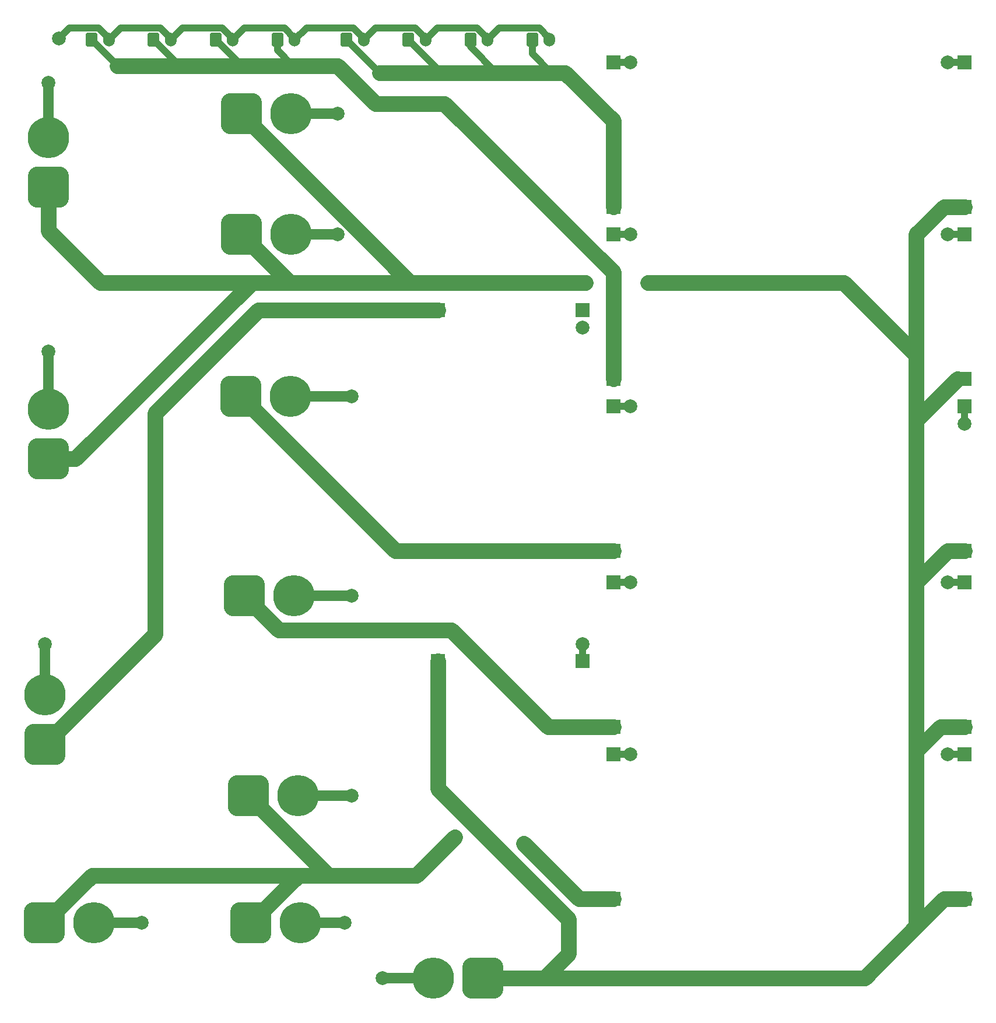
<source format=gbr>
%TF.GenerationSoftware,KiCad,Pcbnew,9.0.2*%
%TF.CreationDate,2025-11-30T20:45:03+05:30*%
%TF.ProjectId,Kratos26,4b726174-6f73-4323-962e-6b696361645f,rev?*%
%TF.SameCoordinates,Original*%
%TF.FileFunction,Copper,L1,Top*%
%TF.FilePolarity,Positive*%
%FSLAX46Y46*%
G04 Gerber Fmt 4.6, Leading zero omitted, Abs format (unit mm)*
G04 Created by KiCad (PCBNEW 9.0.2) date 2025-11-30 20:45:03*
%MOMM*%
%LPD*%
G01*
G04 APERTURE LIST*
G04 Aperture macros list*
%AMRoundRect*
0 Rectangle with rounded corners*
0 $1 Rounding radius*
0 $2 $3 $4 $5 $6 $7 $8 $9 X,Y pos of 4 corners*
0 Add a 4 corners polygon primitive as box body*
4,1,4,$2,$3,$4,$5,$6,$7,$8,$9,$2,$3,0*
0 Add four circle primitives for the rounded corners*
1,1,$1+$1,$2,$3*
1,1,$1+$1,$4,$5*
1,1,$1+$1,$6,$7*
1,1,$1+$1,$8,$9*
0 Add four rect primitives between the rounded corners*
20,1,$1+$1,$2,$3,$4,$5,0*
20,1,$1+$1,$4,$5,$6,$7,0*
20,1,$1+$1,$6,$7,$8,$9,0*
20,1,$1+$1,$8,$9,$2,$3,0*%
G04 Aperture macros list end*
%TA.AperFunction,ComponentPad*%
%ADD10RoundRect,1.500000X-1.500000X-1.500000X1.500000X-1.500000X1.500000X1.500000X-1.500000X1.500000X0*%
%TD*%
%TA.AperFunction,ComponentPad*%
%ADD11C,6.000000*%
%TD*%
%TA.AperFunction,ComponentPad*%
%ADD12RoundRect,0.250000X-0.600000X-0.750000X0.600000X-0.750000X0.600000X0.750000X-0.600000X0.750000X0*%
%TD*%
%TA.AperFunction,ComponentPad*%
%ADD13O,1.700000X2.000000*%
%TD*%
%TA.AperFunction,SMDPad,CuDef*%
%ADD14R,2.000000X2.000000*%
%TD*%
%TA.AperFunction,ComponentPad*%
%ADD15RoundRect,1.500000X1.500000X-1.500000X1.500000X1.500000X-1.500000X1.500000X-1.500000X-1.500000X0*%
%TD*%
%TA.AperFunction,ComponentPad*%
%ADD16RoundRect,1.500000X1.500000X1.500000X-1.500000X1.500000X-1.500000X-1.500000X1.500000X-1.500000X0*%
%TD*%
%TA.AperFunction,ViaPad*%
%ADD17C,2.000000*%
%TD*%
%TA.AperFunction,ViaPad*%
%ADD18C,0.600000*%
%TD*%
%TA.AperFunction,Conductor*%
%ADD19C,1.000000*%
%TD*%
%TA.AperFunction,Conductor*%
%ADD20C,2.300000*%
%TD*%
%TA.AperFunction,Conductor*%
%ADD21C,0.200000*%
%TD*%
%TA.AperFunction,Conductor*%
%ADD22C,1.500000*%
%TD*%
G04 APERTURE END LIST*
D10*
%TO.P,REF\u002A\u002A,1*%
%TO.N,N/C*%
X113500000Y-129000000D03*
D11*
%TO.P,REF\u002A\u002A,2*%
%TO.N,GND*%
X120700000Y-129000000D03*
%TD*%
D10*
%TO.P,REF\u002A\u002A,1*%
%TO.N,N/C*%
X112900000Y-100000000D03*
D11*
%TO.P,REF\u002A\u002A,2*%
%TO.N,GND*%
X120100000Y-100000000D03*
%TD*%
D12*
%TO.P,REF\u002A\u002A,1*%
%TO.N,N/C*%
X154750000Y-19200000D03*
D13*
%TO.P,REF\u002A\u002A,2*%
%TO.N,GND*%
X157250000Y-19200000D03*
%TD*%
D12*
%TO.P,REF\u002A\u002A,1*%
%TO.N,N/C*%
X90750000Y-19200000D03*
D13*
%TO.P,REF\u002A\u002A,2*%
%TO.N,GND*%
X93250000Y-19200000D03*
%TD*%
D12*
%TO.P,REF\u002A\u002A,1*%
%TO.N,N/C*%
X117750000Y-19200000D03*
D13*
%TO.P,REF\u002A\u002A,2*%
%TO.N,GND*%
X120250000Y-19200000D03*
%TD*%
D14*
%TO.P,U,1*%
%TO.N,N/C*%
X217500000Y-68500000D03*
%TO.P,U,2*%
%TO.N,GND*%
X217500000Y-47500000D03*
%TO.P,U,3*%
%TO.N,N/C*%
X166500000Y-68500000D03*
%TO.P,U,4*%
%TO.N,GND*%
X166500000Y-47500000D03*
%TD*%
%TO.P,U,1*%
%TO.N,N/C*%
X217500000Y-93500000D03*
%TO.P,U,2*%
%TO.N,GND*%
X217500000Y-72500000D03*
%TO.P,U,3*%
%TO.N,N/C*%
X166500000Y-93500000D03*
%TO.P,U,4*%
%TO.N,GND*%
X166500000Y-72500000D03*
%TD*%
D12*
%TO.P,REF\u002A\u002A,1*%
%TO.N,N/C*%
X108750000Y-19200000D03*
D13*
%TO.P,REF\u002A\u002A,2*%
%TO.N,GND*%
X111250000Y-19200000D03*
%TD*%
D10*
%TO.P,REF\u002A\u002A,1*%
%TO.N,N/C*%
X112400000Y-71000000D03*
D11*
%TO.P,REF\u002A\u002A,2*%
%TO.N,GND*%
X119600000Y-71000000D03*
%TD*%
D15*
%TO.P,REF\u002A\u002A,1*%
%TO.N,N/C*%
X84500000Y-80100000D03*
D11*
%TO.P,REF\u002A\u002A,2*%
%TO.N,GND*%
X84500000Y-72900000D03*
%TD*%
D12*
%TO.P,REF\u002A\u002A,1*%
%TO.N,N/C*%
X99750000Y-19200000D03*
D13*
%TO.P,REF\u002A\u002A,2*%
%TO.N,GND*%
X102250000Y-19200000D03*
%TD*%
D14*
%TO.P,U,1*%
%TO.N,N/C*%
X141000000Y-109500000D03*
%TO.P,U,2*%
%TO.N,GND*%
X162000000Y-109500000D03*
%TO.P,U,3*%
%TO.N,N/C*%
X141000000Y-58500000D03*
%TO.P,U,4*%
%TO.N,GND*%
X162000000Y-58500000D03*
%TD*%
%TO.P,U,1*%
%TO.N,N/C*%
X217500000Y-119000000D03*
%TO.P,U,2*%
%TO.N,GND*%
X217500000Y-98000000D03*
%TO.P,U,3*%
%TO.N,N/C*%
X166500000Y-119000000D03*
%TO.P,U,4*%
%TO.N,GND*%
X166500000Y-98000000D03*
%TD*%
D12*
%TO.P,REF\u002A\u002A,1*%
%TO.N,N/C*%
X136750000Y-19200000D03*
D13*
%TO.P,REF\u002A\u002A,2*%
%TO.N,GND*%
X139250000Y-19200000D03*
%TD*%
D10*
%TO.P,REF\u002A\u002A,1*%
%TO.N,N/C*%
X112500000Y-30000000D03*
D11*
%TO.P,REF\u002A\u002A,2*%
%TO.N,GND*%
X119700000Y-30000000D03*
%TD*%
D15*
%TO.P,REF\u002A\u002A,1*%
%TO.N,N/C*%
X84000000Y-121600000D03*
D11*
%TO.P,REF\u002A\u002A,2*%
%TO.N,GND*%
X84000000Y-114400000D03*
%TD*%
D16*
%TO.P,REF\u002A\u002A,1*%
%TO.N,N/C*%
X147600000Y-155500000D03*
D11*
%TO.P,REF\u002A\u002A,2*%
%TO.N,GND*%
X140400000Y-155500000D03*
%TD*%
D14*
%TO.P,U,1*%
%TO.N,N/C*%
X217500000Y-144000000D03*
%TO.P,U,2*%
%TO.N,GND*%
X217500000Y-123000000D03*
%TO.P,U,3*%
%TO.N,N/C*%
X166500000Y-144000000D03*
%TO.P,U,4*%
%TO.N,GND*%
X166500000Y-123000000D03*
%TD*%
D12*
%TO.P,REF\u002A\u002A,1*%
%TO.N,N/C*%
X145750000Y-19200000D03*
D13*
%TO.P,REF\u002A\u002A,2*%
%TO.N,GND*%
X148250000Y-19200000D03*
%TD*%
D12*
%TO.P,REF\u002A\u002A,1*%
%TO.N,N/C*%
X127750000Y-19200000D03*
D13*
%TO.P,REF\u002A\u002A,2*%
%TO.N,GND*%
X130250000Y-19200000D03*
%TD*%
D10*
%TO.P,REF\u002A\u002A,1*%
%TO.N,N/C*%
X112500000Y-47500000D03*
D11*
%TO.P,REF\u002A\u002A,2*%
%TO.N,GND*%
X119700000Y-47500000D03*
%TD*%
D10*
%TO.P,REF\u002A\u002A,1*%
%TO.N,N/C*%
X113900000Y-147500000D03*
D11*
%TO.P,REF\u002A\u002A,2*%
%TO.N,GND*%
X121100000Y-147500000D03*
%TD*%
D14*
%TO.P,U,1*%
%TO.N,N/C*%
X217500000Y-43500000D03*
%TO.P,U,2*%
%TO.N,GND*%
X217500000Y-22500000D03*
%TO.P,U,3*%
%TO.N,N/C*%
X166500000Y-43500000D03*
%TO.P,U,4*%
%TO.N,GND*%
X166500000Y-22500000D03*
%TD*%
D10*
%TO.P,REF\u002A\u002A,1*%
%TO.N,N/C*%
X83900000Y-147500000D03*
D11*
%TO.P,REF\u002A\u002A,2*%
%TO.N,GND*%
X91100000Y-147500000D03*
%TD*%
D15*
%TO.P,REF\u002A\u002A,1*%
%TO.N,N/C*%
X84500000Y-40600000D03*
D11*
%TO.P,REF\u002A\u002A,2*%
%TO.N,GND*%
X84500000Y-33400000D03*
%TD*%
D17*
%TO.N,*%
X162500000Y-54500000D03*
X171500000Y-54500000D03*
D18*
X113500000Y-129000000D03*
D17*
X143500000Y-135000000D03*
X153500000Y-136000000D03*
%TO.N,GND*%
X126500000Y-47500000D03*
X215000000Y-123000000D03*
X169000000Y-123000000D03*
X215000000Y-22500000D03*
X215000000Y-47500000D03*
X128500000Y-129000000D03*
X169000000Y-72500000D03*
X127500000Y-147500000D03*
X86000000Y-19000000D03*
X162000000Y-61000000D03*
X98000000Y-147500000D03*
X217500000Y-75000000D03*
X84000000Y-107000000D03*
X169000000Y-22500000D03*
X84500000Y-64500000D03*
X126500000Y-30000000D03*
X169000000Y-98000000D03*
X169000000Y-47500000D03*
X128500000Y-100000000D03*
X215000000Y-98000000D03*
X162000000Y-107000000D03*
X84500000Y-25500000D03*
X128500000Y-71000000D03*
X133000000Y-155500000D03*
%TD*%
D19*
%TO.N,*%
X104000000Y-23000000D02*
X103550000Y-23000000D01*
X132550000Y-24000000D02*
X127750000Y-19200000D01*
X157500000Y-24000000D02*
X154750000Y-21250000D01*
D20*
X166500000Y-144000000D02*
X161500000Y-144000000D01*
X134900000Y-93500000D02*
X112400000Y-71000000D01*
X159500000Y-24000000D02*
X157500000Y-24000000D01*
D19*
X120000000Y-23000000D02*
X117750000Y-20750000D01*
D20*
X200000000Y-54500000D02*
X210500000Y-65000000D01*
D19*
X112550000Y-23000000D02*
X108750000Y-19200000D01*
D20*
X88400000Y-80100000D02*
X84500000Y-80100000D01*
X121000000Y-140600000D02*
X120800000Y-140600000D01*
X210500000Y-148000000D02*
X210500000Y-122500000D01*
X120800000Y-140600000D02*
X113900000Y-147500000D01*
X147600000Y-155500000D02*
X156500000Y-155500000D01*
D19*
X84600000Y-40600000D02*
X84500000Y-40600000D01*
D20*
X141000000Y-128000000D02*
X160000000Y-147000000D01*
X100000000Y-105600000D02*
X84000000Y-121600000D01*
D21*
X216500000Y-68500000D02*
X217500000Y-68500000D01*
D20*
X112900000Y-100000000D02*
X117900000Y-105000000D01*
X84500000Y-47000000D02*
X84500000Y-40600000D01*
X217500000Y-144000000D02*
X214500000Y-144000000D01*
X161500000Y-144000000D02*
X153500000Y-136000000D01*
X114000000Y-54500000D02*
X92000000Y-54500000D01*
X166500000Y-68500000D02*
X166500000Y-53000000D01*
X210500000Y-47500000D02*
X210500000Y-65000000D01*
X171500000Y-54500000D02*
X200000000Y-54500000D01*
X114000000Y-54500000D02*
X88400000Y-80100000D01*
X117900000Y-105000000D02*
X143000000Y-105000000D01*
D19*
X142000000Y-24000000D02*
X141550000Y-24000000D01*
D20*
X157500000Y-24000000D02*
X149500000Y-24000000D01*
X142000000Y-24000000D02*
X132550000Y-24000000D01*
X104000000Y-23000000D02*
X94500000Y-23000000D01*
X120000000Y-23000000D02*
X113000000Y-23000000D01*
X203000000Y-155500000D02*
X210500000Y-148000000D01*
X126500000Y-140600000D02*
X121000000Y-140600000D01*
X217500000Y-93500000D02*
X215000000Y-93500000D01*
X141000000Y-58500000D02*
X115000000Y-58500000D01*
X121000000Y-140600000D02*
X90800000Y-140600000D01*
X215000000Y-93500000D02*
X210500000Y-98000000D01*
X210500000Y-122500000D02*
X210500000Y-98000000D01*
D19*
X94500000Y-22950000D02*
X90750000Y-19200000D01*
X145750000Y-20250000D02*
X145750000Y-19200000D01*
X141550000Y-24000000D02*
X136750000Y-19200000D01*
X117750000Y-20750000D02*
X117750000Y-19200000D01*
D20*
X112500000Y-47500000D02*
X119500000Y-54500000D01*
X143000000Y-105000000D02*
X157000000Y-119000000D01*
X166500000Y-31000000D02*
X159500000Y-24000000D01*
X166500000Y-93500000D02*
X134900000Y-93500000D01*
X210500000Y-65000000D02*
X210500000Y-74500000D01*
X113000000Y-23000000D02*
X104000000Y-23000000D01*
X142000000Y-28500000D02*
X132000000Y-28500000D01*
X125100000Y-140600000D02*
X113500000Y-129000000D01*
X214500000Y-144000000D02*
X210500000Y-148000000D01*
X100000000Y-73500000D02*
X100000000Y-105600000D01*
X115000000Y-58500000D02*
X100000000Y-73500000D01*
X137900000Y-140600000D02*
X126500000Y-140600000D01*
X157000000Y-155500000D02*
X203000000Y-155500000D01*
X141000000Y-109500000D02*
X141000000Y-128000000D01*
D19*
X154750000Y-21250000D02*
X154750000Y-19200000D01*
D20*
X210500000Y-98000000D02*
X210500000Y-74500000D01*
X143500000Y-135000000D02*
X137900000Y-140600000D01*
X90800000Y-140600000D02*
X83900000Y-147500000D01*
X217500000Y-119000000D02*
X214000000Y-119000000D01*
X126500000Y-140600000D02*
X125100000Y-140600000D01*
X160000000Y-152000000D02*
X156500000Y-155500000D01*
X210500000Y-74500000D02*
X216500000Y-68500000D01*
X137000000Y-54500000D02*
X162500000Y-54500000D01*
X160000000Y-147000000D02*
X160000000Y-152000000D01*
D19*
X149500000Y-24000000D02*
X145750000Y-20250000D01*
X94500000Y-23000000D02*
X94500000Y-22950000D01*
X103550000Y-23000000D02*
X99750000Y-19200000D01*
X113000000Y-23000000D02*
X112550000Y-23000000D01*
D20*
X166500000Y-53000000D02*
X142000000Y-28500000D01*
X166500000Y-43500000D02*
X166500000Y-31000000D01*
X217500000Y-43500000D02*
X214500000Y-43500000D01*
D21*
X156500000Y-155500000D02*
X157000000Y-155500000D01*
D20*
X149500000Y-24000000D02*
X142000000Y-24000000D01*
X112500000Y-30000000D02*
X137000000Y-54500000D01*
X92000000Y-54500000D02*
X84500000Y-47000000D01*
X119500000Y-54500000D02*
X137000000Y-54500000D01*
X119500000Y-54500000D02*
X114000000Y-54500000D01*
X214000000Y-119000000D02*
X210500000Y-122500000D01*
X157000000Y-119000000D02*
X166500000Y-119000000D01*
X126500000Y-23000000D02*
X120000000Y-23000000D01*
X132000000Y-28500000D02*
X126500000Y-23000000D01*
X214500000Y-43500000D02*
X210500000Y-47500000D01*
D19*
%TO.N,GND*%
X94951000Y-17499000D02*
X93250000Y-19200000D01*
X139250000Y-18998156D02*
X139250000Y-19200000D01*
X100750844Y-17499000D02*
X94951000Y-17499000D01*
X217500000Y-75000000D02*
X217500000Y-72500000D01*
X120250000Y-18998156D02*
X118750844Y-17499000D01*
X166500000Y-72500000D02*
X169000000Y-72500000D01*
D22*
X91100000Y-147500000D02*
X98000000Y-147500000D01*
D19*
X148250000Y-19200000D02*
X148250000Y-18998156D01*
X131951000Y-17499000D02*
X137750844Y-17499000D01*
D22*
X119600000Y-71000000D02*
X128500000Y-71000000D01*
D19*
X162000000Y-109500000D02*
X162000000Y-107000000D01*
X93250000Y-19200000D02*
X93250000Y-18998156D01*
X120250000Y-19200000D02*
X120250000Y-18998156D01*
X109750844Y-17499000D02*
X103951000Y-17499000D01*
D22*
X84000000Y-114400000D02*
X84000000Y-107000000D01*
D19*
X137750844Y-17499000D02*
X139250000Y-18998156D01*
X166500000Y-22500000D02*
X169000000Y-22500000D01*
X146750844Y-17499000D02*
X140951000Y-17499000D01*
X148250000Y-18998156D02*
X146750844Y-17499000D01*
X166500000Y-98000000D02*
X169000000Y-98000000D01*
X118750844Y-17499000D02*
X112951000Y-17499000D01*
X93250000Y-18998156D02*
X91750844Y-17499000D01*
X166500000Y-123000000D02*
X169000000Y-123000000D01*
X111250000Y-18998156D02*
X109750844Y-17499000D01*
X217500000Y-123000000D02*
X215000000Y-123000000D01*
X91750844Y-17499000D02*
X87501000Y-17499000D01*
D22*
X140400000Y-155500000D02*
X133000000Y-155500000D01*
D19*
X215000000Y-22500000D02*
X217500000Y-22500000D01*
X112951000Y-17499000D02*
X111250000Y-19200000D01*
D22*
X84500000Y-72900000D02*
X84500000Y-64500000D01*
D19*
X120250000Y-19200000D02*
X121951000Y-17499000D01*
X157250000Y-18998156D02*
X155750844Y-17499000D01*
X157250000Y-19200000D02*
X157250000Y-18998156D01*
X87501000Y-17499000D02*
X86000000Y-19000000D01*
D22*
X119700000Y-47500000D02*
X126500000Y-47500000D01*
D19*
X149951000Y-17499000D02*
X148250000Y-19200000D01*
X103951000Y-17499000D02*
X102250000Y-19200000D01*
X102250000Y-19200000D02*
X102250000Y-18998156D01*
X155750844Y-17499000D02*
X149951000Y-17499000D01*
X130250000Y-18998156D02*
X130250000Y-19200000D01*
D22*
X119700000Y-30000000D02*
X126500000Y-30000000D01*
D19*
X166500000Y-47500000D02*
X169000000Y-47500000D01*
X102250000Y-18998156D02*
X100750844Y-17499000D01*
D22*
X84500000Y-33400000D02*
X84500000Y-25500000D01*
X121100000Y-147500000D02*
X127500000Y-147500000D01*
D19*
X128750844Y-17499000D02*
X130250000Y-18998156D01*
X140951000Y-17499000D02*
X139250000Y-19200000D01*
X121951000Y-17499000D02*
X128750844Y-17499000D01*
X217500000Y-98000000D02*
X215000000Y-98000000D01*
X111250000Y-19200000D02*
X111250000Y-18998156D01*
D22*
X120100000Y-100000000D02*
X128500000Y-100000000D01*
D19*
X130250000Y-19200000D02*
X131951000Y-17499000D01*
D22*
X120700000Y-129000000D02*
X128500000Y-129000000D01*
D19*
X215000000Y-47500000D02*
X217500000Y-47500000D01*
%TD*%
M02*

</source>
